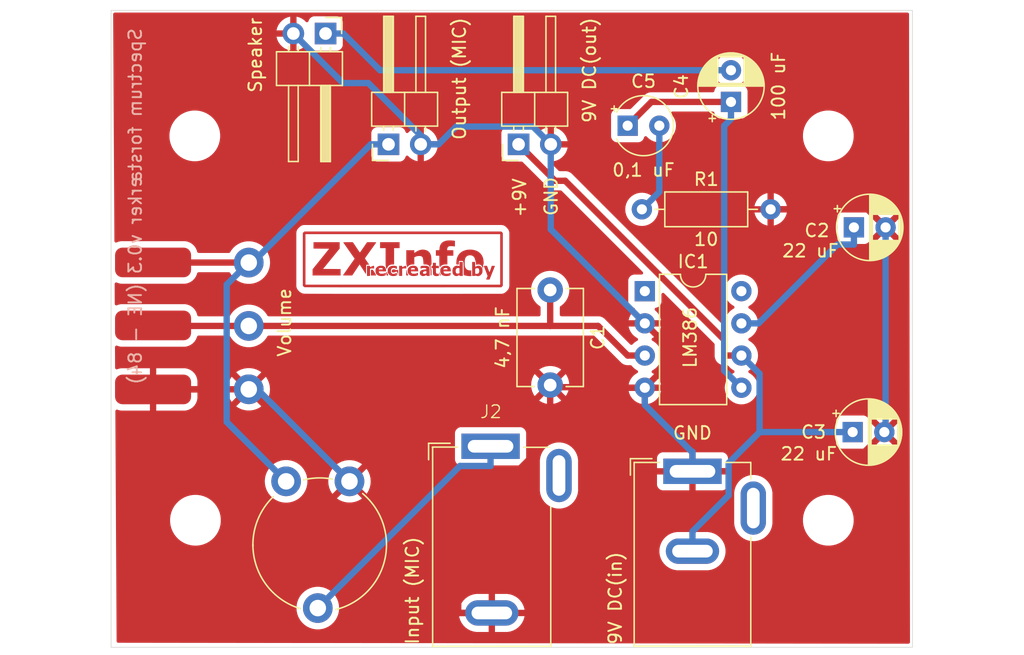
<source format=kicad_pcb>
(kicad_pcb (version 20240108) (generator "pcbnew") (generator_version "8.0")
  (layers (0 "F.Cu" signal) (31 "B.Cu" signal) (34 "B.Paste" user) (35 "F.Paste" user) (36 "B.SilkS" user "B.Silkscreen") (37 "F.SilkS" user "F.Silkscreen") (38 "B.Mask" user) (39 "F.Mask" user) (44 "Edge.Cuts" user))
  (net 0 "")
  (net 1 "Net-(IC1-+)")
  (net 2 "GND")
  (net 3 "Net-(IC1-BYPASS)")
  (net 4 "+9V")
  (net 5 "Net-(C4-Pad1)")
  (net 6 "Net-(C4-Pad2)")
  (net 7 "Net-(C5-Pad2)")
  (net 12 "Net-(MIC1-Pin_1)")
  (net 13 "Net-(J2-Pad1)")
  (footprint "Resistor_THT:R_Axial_DIN0207_L6.3mm_D2.5mm_P10.16mm_Horizontal" (layer "F.Cu") (at 69.77 50.55)
    (property "Reference" "R1" (at 5.08 -2.37 0) (layer "F.SilkS"))
    (property "Value" "10" (at 5.08 2.37 0) (layer "F.SilkS"))
    (pad "1" thru_hole circle (at 0 0) (size 1.6 1.6) (drill 0.8) (layers "*.Cu" "*.Mask") (net 7 "Net-(C5-Pad2)"))
    (pad "2" thru_hole oval (at 10.16 0) (size 1.6 1.6) (drill 0.8) (layers "*.Cu" "*.Mask") (net 2 "GND"))
  )
  (footprint "Connector_PinHeader_2.54mm:PinHeader_1x02_P2.54mm_Horizontal" (layer "F.Cu") (at 44.8106 36.6776 -90)
    (property "Reference" "HT1" (hide yes))
    (property "Value" "Speaker" (at 1.705124 5.5422 90) (layer "F.SilkS"))
    (pad "1" thru_hole rect (at 0 0 270) (size 1.7 1.7) (drill 1) (layers "*.Cu" "*.Mask") (net 6 "Net-(C4-Pad2)"))
    (pad "2" thru_hole oval (at 0 2.54 270) (size 1.7 1.7) (drill 1) (layers "*.Cu" "*.Mask") (net 2 "GND"))
  )
  (footprint "Capacitor_THT:CP_Radial_D5.0mm_P2.50mm" (layer "F.Cu") (at 86.5 51.975)
    (property "Reference" "C2" (at -2.92 0.25 0) (layer "F.SilkS"))
    (property "Value" "22 uF" (at -3.43 1.85 0) (layer "F.SilkS"))
    (pad "1" thru_hole rect (at 0 0) (size 1.6 1.6) (drill 0.8) (layers "*.Cu" "*.Mask") (net 3 "Net-(IC1-BYPASS)"))
    (pad "2" thru_hole circle (at 2.5 0) (size 1.6 1.6) (drill 0.8) (layers "*.Cu" "*.Mask") (net 2 "GND"))
  )
  (footprint "Capacitor_THT:CP_Radial_D5.0mm_P2.50mm" (layer "F.Cu") (at 86.4 68.125)
    (property "Reference" "C3" (at -3.08 0 0) (layer "F.SilkS"))
    (property "Value" "22 uF" (at -3.46 1.72 0) (layer "F.SilkS"))
    (pad "1" thru_hole rect (at 0 0) (size 1.6 1.6) (drill 0.8) (layers "*.Cu" "*.Mask") (net 4 "+9V"))
    (pad "2" thru_hole circle (at 2.5 0) (size 1.6 1.6) (drill 0.8) (layers "*.Cu" "*.Mask") (net 2 "GND"))
  )
  (footprint "Capacitor_THT:CP_Radial_D5.0mm_P2.50mm" (layer "F.Cu") (at 76.8 42.075 90)
    (property "Reference" "C4" (at 1.205113 -3.91 90) (layer "F.SilkS"))
    (property "Value" "100 uF" (at 1.25 3.75 90) (layer "F.SilkS"))
    (pad "1" thru_hole rect (at 0 0 90) (size 1.6 1.6) (drill 0.8) (layers "*.Cu" "*.Mask") (net 5 "Net-(C4-Pad1)"))
    (pad "2" thru_hole circle (at 2.5 0 90) (size 1.6 1.6) (drill 0.8) (layers "*.Cu" "*.Mask") (net 6 "Net-(C4-Pad2)"))
  )
  (footprint "Capacitor_THT:CP_Radial_Tantal_D4.5mm_P2.50mm" (layer "F.Cu") (at 68.6461 43.95)
    (property "Reference" "C5" (at 1.25 -3.5 0) (layer "F.SilkS"))
    (property "Value" "0,1 uF" (at 1.25 3.5 0) (layer "F.SilkS"))
    (pad "1" thru_hole rect (at 0 0) (size 1.6 1.6) (drill 0.8) (layers "*.Cu" "*.Mask") (net 5 "Net-(C4-Pad1)"))
    (pad "2" thru_hole circle (at 2.5 0) (size 1.6 1.6) (drill 0.8) (layers "*.Cu" "*.Mask") (net 7 "Net-(C5-Pad2)"))
  )
  (footprint "Package_DIP:DIP-8_W7.62mm" (layer "F.Cu") (at 70.0024 57.0068)
    (property "Reference" "IC1" (at 3.81 -2.33 0) (layer "F.SilkS"))
    (property "Value" "LM386" (at 3.571 3.656 90) (layer "F.SilkS"))
    (pad "1" thru_hole rect (at 0 0) (size 1.6 1.6) (drill 0.8) (layers "*.Cu" "*.Mask"))
    (pad "2" thru_hole oval (at 0 2.54) (size 1.6 1.6) (drill 0.8) (layers "*.Cu" "*.Mask") (net 2 "GND"))
    (pad "3" thru_hole oval (at 0 5.08) (size 1.6 1.6) (drill 0.8) (layers "*.Cu" "*.Mask") (net 1 "Net-(IC1-+)"))
    (pad "4" thru_hole oval (at 0 7.62) (size 1.6 1.6) (drill 0.8) (layers "*.Cu" "*.Mask") (net 2 "GND"))
    (pad "5" thru_hole oval (at 7.62 7.62) (size 1.6 1.6) (drill 0.8) (layers "*.Cu" "*.Mask") (net 5 "Net-(C4-Pad1)"))
    (pad "6" thru_hole oval (at 7.62 5.08) (size 1.6 1.6) (drill 0.8) (layers "*.Cu" "*.Mask") (net 4 "+9V"))
    (pad "7" thru_hole oval (at 7.62 2.54) (size 1.6 1.6) (drill 0.8) (layers "*.Cu" "*.Mask") (net 3 "Net-(IC1-BYPASS)"))
    (pad "8" thru_hole oval (at 7.62 0) (size 1.6 1.6) (drill 0.8) (layers "*.Cu" "*.Mask"))
  )
  (footprint "Capacitor_THT:C_Disc_D7.5mm_W5.0mm_P7.50mm" (layer "F.Cu") (at 62.5348 56.9144 -90)
    (property "Reference" "C1" (at 3.75 -3.75 90) (layer "F.SilkS"))
    (property "Value" "4,7 nF" (at 3.75 3.75 90) (layer "F.SilkS"))
    (pad "1" thru_hole circle (at 0 0 270) (size 2 2) (drill 1) (layers "*.Cu" "*.Mask") (net 1 "Net-(IC1-+)"))
    (pad "2" thru_hole circle (at 7.5 0 270) (size 2 2) (drill 1) (layers "*.Cu" "*.Mask") (net 2 "GND"))
  )
  (footprint "MountingHole:MountingHole_3.5mm" (layer "F.Cu") (at 34.544 75.0824)
    (property "Reference" "H3" (hide yes))
    (property "Value" "MountingHole" (hide yes))
    (pad "" np_thru_hole circle (at 0 0) (size 3.5 3.5) (drill 3.5) (layers "*.Cu" "*.Mask"))
  )
  (footprint "MountingHole:MountingHole_3.5mm" (layer "F.Cu") (at 84.4804 44.7548)
    (property "Reference" "H2" (hide yes))
    (property "Value" "MountingHole" (hide yes))
    (pad "" np_thru_hole circle (at 0 0) (size 3.5 3.5) (drill 3.5) (layers "*.Cu" "*.Mask"))
  )
  (footprint "Connector_PinHeader_2.54mm:PinHeader_1x02_P2.54mm_Horizontal" (layer "F.Cu") (at 60.0406 45.4214 90)
    (property "Reference" "J3" (hide yes))
    (property "Value" "9V DC(out)" (at 5.8482 5.593 90) (layer "F.SilkS"))
    (pad "1" thru_hole rect (at 0 0 90) (size 1.7 1.7) (drill 1) (layers "*.Cu" "*.Mask") (net 4 "+9V"))
    (pad "2" thru_hole oval (at 0 2.54 90) (size 1.7 1.7) (drill 1) (layers "*.Cu" "*.Mask") (net 2 "GND"))
  )
  (footprint "Connector_PinHeader_2.54mm:PinHeader_1x02_P2.54mm_Horizontal" (layer "F.Cu") (at 49.779 45.4214 90)
    (property "Reference" "MIC1" (hide yes))
    (property "Value" "Output (MIC)" (at 5.181533 5.593 90) (layer "F.SilkS"))
    (pad "1" thru_hole rect (at 0 0 90) (size 1.7 1.7) (drill 1) (layers "*.Cu" "*.Mask") (net 12 "Net-(MIC1-Pin_1)"))
    (pad "2" thru_hole oval (at 0 2.54 90) (size 1.7 1.7) (drill 1) (layers "*.Cu" "*.Mask") (net 2 "GND"))
  )
  (footprint "MountingHole:MountingHole_3.5mm" (layer "F.Cu") (at 84.4804 75.0824)
    (property "Reference" "H4" (hide yes))
    (property "Value" "MountingHole" (hide yes))
    (pad "" np_thru_hole circle (at 0 0) (size 3.5 3.5) (drill 3.5) (layers "*.Cu" "*.Mask"))
  )
  (footprint "ZXAmp:Potentionmeter" (layer "F.Cu") (at 38.7808 54.7308)
    (property "Reference" "P1" (hide yes))
    (property "Value" "4.7K" (hide yes))
    (pad "1" connect roundrect (at -7.58 0.01 180) (size 6 2.34) (layers "F.Cu" "F.Mask") (net 12 "Net-(MIC1-Pin_1)"))
    (pad "1" thru_hole circle (at -0.03 0.02 180) (size 2.34 2.34) (drill 1.3) (layers "*.Cu" "*.Mask") (net 12 "Net-(MIC1-Pin_1)"))
    (pad "2" connect roundrect (at -7.58 4.98 180) (size 6 2.34) (layers "F.Cu" "F.Mask") (net 1 "Net-(IC1-+)"))
    (pad "2" thru_hole circle (at -0.03 5.02 180) (size 2.34 2.34) (drill 1.3) (layers "*.Cu" "*.Mask") (net 1 "Net-(IC1-+)"))
    (pad "3" connect roundrect (at -7.58 10.03 180) (size 6 2.34) (layers "F.Cu" "F.Mask") (net 2 "GND"))
    (pad "3" thru_hole circle (at -0.03 10.02 180) (size 2.34 2.34) (drill 1.3) (layers "*.Cu" "*.Mask") (net 2 "GND"))
  )
  (footprint "Connector_BarrelJack:BarrelJack_GCT_DCJ200-10-A_Horizontal" (layer "F.Cu") (at 73.7616 71.2216)
    (property "Reference" "J1" (hide yes))
    (property "Value" "9V DC(in)" (at -6.096 10.0076 90) (layer "F.SilkS"))
    (pad "1" thru_hole rect (at 0 0) (size 4.6 2) (drill oval 3.6 1) (layers "*.Cu" "*.Mask") (net 2 "GND"))
    (pad "2" thru_hole oval (at 0 6.3) (size 4.2 2) (drill oval 3.2 1) (layers "*.Cu" "*.Mask") (net 4 "+9V"))
    (pad "3" thru_hole oval (at 4.8 2.9) (size 2 4.2) (drill oval 1 3.2) (layers "*.Cu" "*.Mask"))
  )
  (footprint "LOGO" (layer "F.Cu") (at 59.5376 59.8932)
    (property "Reference" "G***" (hide yes))
    (property "Value" "LOGO" (hide yes))
  )
  (footprint "Potentiometer_THT:Potentiometer_Piher_PT-10-V10_Vertical" (layer "F.Cu") (at 41.6984 72.0128 -90)
    (property "Reference" "P2" (hide yes))
    (property "Value" "50K")
    (pad "1" thru_hole circle (at 0 0 270) (size 2.34 2.34) (drill 1.3) (layers "*.Cu" "*.Mask") (net 12 "Net-(MIC1-Pin_1)"))
    (pad "2" thru_hole circle (at 10 -2.5 270) (size 2.34 2.34) (drill 1.3) (layers "*.Cu" "*.Mask") (net 13 "Net-(J2-Pad1)"))
    (pad "3" thru_hole circle (at 0 -5 270) (size 2.34 2.34) (drill 1.3) (layers "*.Cu" "*.Mask") (net 2 "GND"))
  )
  (footprint "ZXAmp:3.5mm mono jack chassis with switch" (layer "F.Cu") (at 57.8691 69.2126)
    (property "Reference" "J2" (at -0.01 -2.69 0) (layer "F.SilkS") (effects (font (thickness 0.1))))
    (property "Value" "Input (MIC)" (at -6.2055 11.421362 90) (layer "F.SilkS"))
    (pad "1" thru_hole rect (at -0.04 0.035) (size 4.6 2) (drill oval 3.6 1) (layers "*.Cu" "*.Mask") (net 13 "Net-(J2-Pad1)"))
    (pad "2" thru_hole oval (at 0.06 13.185) (size 4.2 2) (drill oval 3.2 1) (layers "*.Cu" "*.Mask") (net 2 "GND"))
    (pad "3" thru_hole oval (at 5.36 2.34) (size 2 4.2) (drill oval 1 3.2) (layers "*.Cu" "*.Mask"))
  )
  (footprint "MountingHole:MountingHole_3.5mm" (layer "F.Cu") (at 34.4932 44.7548)
    (property "Reference" "H1" (hide yes))
    (property "Value" "MountingHole" (hide yes))
    (pad "" np_thru_hole circle (at 0 0) (size 3.5 3.5) (drill 3.5) (layers "*.Cu" "*.Mask"))
  )
  (footprint "ZXAmp:ZXInfo_kicad_logo_copper_16.5x5" (layer "F.Cu") (at 50.925 54.5)
    (property "Reference" "G200" (hide yes))
    (property "Value" "LOGO" (hide yes))
    (fp_poly (pts (xy -1.666761 1.041726) (xy -1.67582 1.050785) (xy -1.684878 1.041726) (xy -1.67582 1.032668)) (fill solid) (layer "F.Cu"))
    (fp_poly (pts (xy 0.869615 1.041726) (xy 0.860557 1.050785) (xy 0.851498 1.041726) (xy 0.860557 1.032668)) (fill solid) (layer "F.Cu"))
    (fp_poly (pts (xy 3.442226 1.041726) (xy 3.433167 1.050785) (xy 3.424109 1.041726) (xy 3.433167 1.032668)) (fill solid) (layer "F.Cu"))
    (fp_poly (pts (xy 2.899722 1.068902) (xy 2.924255 1.133892) (xy 2.949639 1.192455) (xy 2.962832 1.218367) (xy 2.980634 1.252735) (xy 2.976375 1.265988) (xy 2.946461 1.268188) (xy 2.945033 1.268188) (xy 2.911749 1.262378) (xy 2.899748 1.237553) (xy 2.898717 1.214907) (xy 2.893132 1.173068) (xy 2.8806 1.150428) (xy 2.870112 1.127107) (xy 2.864277 1.080839) (xy 2.863806 1.054245) (xy 2.86513 0.969258)) (fill solid) (layer "F.Cu"))
    (fp_poly (pts (xy 0.283333 0.831283) (xy 0.28954 0.871074) (xy 0.289872 0.884214) (xy 0.297028 0.94415) (xy 0.315677 1.022864) (xy 0.341593 1.10649) (xy 0.370546 1.181161) (xy 0.39451 1.227425) (xy 0.40866 1.252212) (xy 0.4043 1.264128) (xy 0.374809 1.267887) (xy 0.337248 1.268188) (xy 0.253638 1.268188) (xy 0.253638 1.041726) (xy 0.255033 0.943622) (xy 0.25901 0.870666) (xy 0.265253 0.826789) (xy 0.271755 0.815264)) (fill solid) (layer "F.Cu"))
    (fp_poly (pts (xy -2.410635 0.817249) (xy -2.386968 0.834843) (xy -2.357145 0.870316) (xy -2.315067 0.928776) (xy -2.296326 0.955598) (xy -2.252422 1.01987) (xy -2.217655 1.073248) (xy -2.196495 1.108727) (xy -2.192154 1.118924) (xy -2.184261 1.142297) (xy -2.164499 1.184046) (xy -2.155884 1.200518) (xy -2.119615 1.268188) (xy -2.328553 1.268188) (xy -2.537491 1.268188) (xy -2.532405 1.046256) (xy -2.527318 0.824323) (xy -2.463908 0.815259) (xy -2.434249 0.812424)) (fill solid) (layer "F.Cu"))
    (fp_poly (pts (xy -1.262033 1.022241) (xy -1.244966 1.072991) (xy -1.241357 1.084427) (xy -1.218935 1.147917) (xy -1.195444 1.202807) (xy -1.182407 1.226847) (xy -1.167243 1.253006) (xy -1.172226 1.264853) (xy -1.203866 1.268056) (xy -1.22987 1.268188) (xy -1.304422 1.268188) (xy -1.304422 1.181227) (xy -1.308334 1.125725) (xy -1.318244 1.084644) (xy -1.32435 1.074337) (xy -1.331666 1.050831) (xy -1.308749 1.018878) (xy -1.288437 1.000522) (xy -1.274694 0.999864)) (fill solid) (layer "F.Cu"))
    (fp_poly (pts (xy -5.000285 -1.106895) (xy -5.000285 -0.855016) (xy -5.65394 -0.051581) (xy -6.307594 0.751855) (xy -5.617706 0.756599) (xy -4.927817 0.761344) (xy -4.927817 1.014766) (xy -4.927817 1.268188) (xy -6.032952 1.268188) (xy -7.138088 1.268188) (xy -7.138088 1.02381) (xy -7.138088 0.779432) (xy -6.485211 -0.031504) (xy -5.832333 -0.842439) (xy -6.448977 -0.847206) (xy -7.06562 -0.851973) (xy -7.06562 -1.105373) (xy -7.06562 -1.358773) (xy -6.032952 -1.358773) (xy -5.000285 -1.358773)) (fill solid) (layer "F.Cu"))
    (fp_poly (pts (xy -2.608844 0.561626) (xy -2.60753 0.599745) (xy -2.604365 0.615747) (xy -2.604315 0.615748) (xy -2.587152 0.608094) (xy -2.546607 0.588277) (xy -2.49306 0.561397) (xy -2.429152 0.53294) (xy -2.370233 0.513336) (xy -2.334536 0.507275) (xy -2.305492 0.509) (xy -2.290034 0.519963) (xy -2.283878 0.548851) (xy -2.282741 0.604347) (xy -2.282738 0.612307) (xy -2.282738 0.717338) (xy -2.39597 0.710384) (xy -2.465136 0.709698) (xy -2.52684 0.715122) (xy -2.559022 0.722665) (xy -2.608844 0.741899) (xy -2.608844 1.023161) (xy -2.608844 1.304422) (xy -2.726604 1.304422) (xy -2.844365 1.304422) (xy -2.844365 0.905849) (xy -2.844365 0.507275) (xy -2.726604 0.507275) (xy -2.608844 0.507275)) (fill solid) (layer "F.Cu"))
    (fp_poly (pts (xy -0.072467 0.561626) (xy -0.071154 0.599745) (xy -0.067989 0.615747) (xy -0.067938 0.615748) (xy -0.050776 0.608094) (xy -0.01023 0.588277) (xy 0.043317 0.561397) (xy 0.107224 0.53294) (xy 0.166143 0.513336) (xy 0.20184 0.507275) (xy 0.230885 0.509) (xy 0.246343 0.519963) (xy 0.252499 0.548851) (xy 0.253636 0.604347) (xy 0.253638 0.612307) (xy 0.253638 0.717338) (xy 0.140407 0.710384) (xy 0.071241 0.709698) (xy 0.009537 0.715122) (xy -0.022646 0.722665) (xy -0.072467 0.741899) (xy -0.072467 1.023161) (xy -0.072467 1.304422) (xy -0.190228 1.304422) (xy -0.307988 1.304422) (xy -0.307988 0.905849) (xy -0.307988 0.507275) (xy -0.190228 0.507275) (xy -0.072467 0.507275)) (fill solid) (layer "F.Cu"))
    (fp_poly (pts (xy -0.271754 -1.123252) (xy -0.271754 -0.887732) (xy -0.489158 -0.887732) (xy -0.706562 -0.887732) (xy -0.706562 -0.244579) (xy -0.706562 0.398574) (xy -0.819793 0.399369) (xy -0.949182 0.410728) (xy -1.054789 0.444868) (xy -1.140826 0.50489) (xy -1.211503 0.593894) (xy -1.271034 0.71498) (xy -1.280039 0.738155) (xy -1.289198 0.754162) (xy -1.299422 0.748716) (xy -1.313429 0.717468) (xy -1.333934 0.656067) (xy -1.336614 0.64757) (xy -1.347093 0.613073) (xy -1.355627 0.580192) (xy -1.36241 0.544908) (xy -1.367641 0.503201) (xy -1.371515 0.451053) (xy -1.37423 0.384444) (xy -1.375982 0.299356) (xy -1.376966 0.191768) (xy -1.377381 0.057663) (xy -1.377423 -0.106979) (xy -1.377377 -0.185699) (xy -1.37689 -0.887732) (xy -1.594293 -0.887732) (xy -1.811697 -0.887732) (xy -1.811697 -1.123252) (xy -1.811697 -1.358773) (xy -1.041726 -1.358773) (xy -0.271754 -1.358773)) (fill solid) (layer "F.Cu"))
    (fp_poly (pts (xy -0.734216 0.784943) (xy -0.706871 0.787989) (xy -0.642835 0.799458) (xy -0.588276 0.815595) (xy -0.566792 0.825783) (xy -0.517265 0.846318) (xy -0.468038 0.849842) (xy -0.431997 0.836484) (xy -0.423242 0.824323) (xy -0.407537 0.796749) (xy -0.39541 0.805206) (xy -0.386859 0.849699) (xy -0.381881 0.930237) (xy -0.380456 1.032668) (xy -0.3818 1.133394) (xy -0.385641 1.208666) (xy -0.391692 1.254748) (xy -0.398573 1.268188) (xy -0.409088 1.251933) (xy -0.415625 1.210536) (xy -0.41669 1.181227) (xy -0.419924 1.126428) (xy -0.428124 1.086716) (xy -0.433273 1.077054) (xy -0.448407 1.046843) (xy -0.455919 1.014551) (xy -0.475518 0.977193) (xy -0.516825 0.963175) (xy -0.573188 0.973282) (xy -0.61842 0.995364) (xy -0.681517 1.02119) (xy -0.75308 1.031972) (xy -0.81982 1.027224) (xy -0.868447 1.006458) (xy -0.870607 1.004594) (xy -0.889485 0.965469) (xy -0.887621 0.910448) (xy -0.86699 0.851861) (xy -0.839828 0.812379) (xy -0.815314 0.791506) (xy -0.784128 0.783098)) (fill solid) (layer "F.Cu"))
    (fp_poly (pts (xy 2.590728 0.389515) (xy 2.590728 0.507275) (xy 2.708488 0.507275) (xy 2.826249 0.507275) (xy 2.826249 0.59786) (xy 2.826249 0.688445) (xy 2.708488 0.688445) (xy 2.590728 0.688445) (xy 2.590995 0.865086) (xy 2.593035 0.96927) (xy 2.600636 1.042583) (xy 2.616568 1.090282) (xy 2.6436 1.117622) (xy 2.684502 1.129859) (xy 2.731837 1.132311) (xy 2.826313 1.132311) (xy 2.826281 1.215996) (xy 2.824749 1.267229) (xy 2.814923 1.293295) (xy 2.788878 1.305259) (xy 2.75831 1.310911) (xy 2.632964 1.320216) (xy 2.520233 1.306427) (xy 2.506175 1.30266) (xy 2.455889 1.277306) (xy 2.407719 1.236893) (xy 2.402002 1.230436) (xy 2.383105 1.206362) (xy 2.370128 1.182243) (xy 2.36196 1.150989) (xy 2.357491 1.105513) (xy 2.355611 1.038724) (xy 2.355209 0.943533) (xy 2.355207 0.931634) (xy 2.355207 0.688445) (xy 2.300856 0.688445) (xy 2.268682 0.686466) (xy 2.252638 0.674298) (xy 2.247116 0.642593) (xy 2.246505 0.59786) (xy 2.247693 0.544236) (xy 2.254994 0.517496) (xy 2.274017 0.508293) (xy 2.300856 0.507275) (xy 2.355207 0.507275) (xy 2.355207 0.389515) (xy 2.355207 0.271755) (xy 2.472968 0.271755) (xy 2.590728 0.271755)) (fill solid) (layer "F.Cu"))
    (fp_poly (pts (xy 7.812598 -2.141984) (xy 7.871826 -2.082755) (xy 7.871826 0) (xy 7.871826 2.082756) (xy 7.812598 2.141984) (xy 7.75337 2.201213) (xy 0.004182 2.204627) (xy -0.524047 2.204825) (xy -1.043204 2.204951) (xy -1.55211 2.205006) (xy -2.049585 2.204993) (xy -2.534449 2.204913) (xy -3.005522 2.204768) (xy -3.461623 2.20456) (xy -3.901573 2.20429) (xy -4.324191 2.20396) (xy -4.728297 2.203573) (xy -5.112711 2.203129) (xy -5.476254 2.20263) (xy -5.817744 2.202079) (xy -6.136003 2.201477) (xy -6.429849 2.200826) (xy -6.698102 2.200127) (xy -6.939583 2.199382) (xy -7.153112 2.198594) (xy -7.337508 2.197763) (xy -7.49159 2.196892) (xy -7.61418 2.195982) (xy -7.704097 2.195035) (xy -7.760161 2.194054) (xy -7.781192 2.193038) (xy -7.781241 2.19302) (xy -7.818196 2.169603) (xy -7.859425 2.132801) (xy -7.862767 2.129266) (xy -7.908059 2.080533) (xy -7.908059 -0.001111) (xy -7.908059 -1.992867) (xy -7.699714 -1.992867) (xy -7.699714 0) (xy -7.699714 1.992867) (xy -0.018117 1.992867) (xy 7.663481 1.992867) (xy 7.663481 0) (xy 7.663481 -1.992867) (xy -0.018117 -1.992867) (xy -7.699714 -1.992867) (xy -7.908059 -1.992867) (xy -7.908059 -2.082755) (xy -7.848831 -2.141984) (xy -7.789602 -2.201212) (xy -0.018117 -2.201212) (xy 7.753369 -2.201212)) (fill solid) (layer "F.Cu"))
    (fp_poly (pts (xy 4.710414 0.751855) (xy 4.710414 1.304422) (xy 4.583595 1.304422) (xy 4.516866 1.303407) (xy 4.478632 1.298926) (xy 4.46118 1.288825) (xy 4.456794 1.270952) (xy 4.456777 1.269022) (xy 4.454775 1.250124) (xy 4.443578 1.244758) (xy 4.415401 1.253653) (xy 4.362455 1.277534) (xy 4.361662 1.277903) (xy 4.27208 1.311498) (xy 4.195027 1.319435) (xy 4.117915 1.302171) (xy 4.083586 1.288019) (xy 4.000494 1.23225) (xy 3.941726 1.151038) (xy 3.906879 1.043562) (xy 3.895967 0.914016) (xy 4.148788 0.914016) (xy 4.156576 0.986621) (xy 4.177104 1.051369) (xy 4.206114 1.09731) (xy 4.225404 1.111127) (xy 4.276851 1.120658) (xy 4.34274 1.11943) (xy 4.403115 1.108064) (xy 4.4109 1.105358) (xy 4.457967 1.087463) (xy 4.452843 0.883425) (xy 4.447718 0.679387) (xy 4.377449 0.673625) (xy 4.287643 0.680198) (xy 4.219277 0.715631) (xy 4.173372 0.778846) (xy 4.150954 0.868769) (xy 4.148788 0.914016) (xy 3.895967 0.914016) (xy 3.895545 0.909003) (xy 3.895548 0.907675) (xy 3.91017 0.778175) (xy 3.952034 0.670315) (xy 4.01953 0.586101) (xy 4.111046 0.527538) (xy 4.224973 0.496635) (xy 4.225473 0.496569) (xy 4.319517 0.498868) (xy 4.379779 0.514186) (xy 4.456777 0.541902) (xy 4.456777 0.370595) (xy 4.456777 0.199287) (xy 4.583595 0.199287) (xy 4.710414 0.199287)) (fill solid) (layer "F.Cu"))
    (fp_poly (pts (xy 6.712804 0.747325) (xy 6.745121 0.834995) (xy 6.773912 0.910523) (xy 6.796584 0.967298) (xy 6.810546 0.99871) (xy 6.812785 1.002366) (xy 6.824047 0.993177) (xy 6.843953 0.954136) (xy 6.870604 0.890055) (xy 6.9021 0.805748) (xy 6.936541 0.706026) (xy 6.967116 0.611448) (xy 6.99977 0.507275) (xy 7.12328 0.507275) (xy 7.184904 0.509098) (xy 7.229222 0.513885) (xy 7.246933 0.520615) (xy 7.246956 0.520863) (xy 7.240473 0.540413) (xy 7.22202 0.589409) (xy 7.193223 0.663708) (xy 7.155703 0.759169) (xy 7.111085 0.87165) (xy 7.060992 0.997008) (xy 7.034082 1.064011) (xy 6.821042 1.59357) (xy 6.689694 1.593932) (xy 6.625953 1.592773) (xy 6.579268 1.589381) (xy 6.558643 1.584453) (xy 6.558346 1.583743) (xy 6.565135 1.563183) (xy 6.583067 1.518584) (xy 6.608486 1.458982) (xy 6.612697 1.449358) (xy 6.6391 1.386591) (xy 6.658425 1.335679) (xy 6.666931 1.306558) (xy 6.667048 1.304944) (xy 6.660751 1.282567) (xy 6.643153 1.231755) (xy 6.616193 1.1578) (xy 6.581811 1.065995) (xy 6.541946 0.961633) (xy 6.528764 0.927524) (xy 6.487033 0.81942) (xy 6.449509 0.721424) (xy 6.418279 0.639051) (xy 6.395429 0.577814) (xy 6.383048 0.543229) (xy 6.381716 0.53898) (xy 6.38109 0.5223) (xy 6.395426 0.512718) (xy 6.431742 0.50834) (xy 6.497056 0.507276) (xy 6.499323 0.507275) (xy 6.625697 0.507275)) (fill solid) (layer "F.Cu"))
    (fp_poly (pts (xy -0.700169 0.502509) (xy -0.623145 0.510281) (xy -0.566155 0.521669) (xy -0.489158 0.544906) (xy -0.489158 0.65291) (xy -0.490257 0.710042) (xy -0.493111 0.749192) (xy -0.496367 0.760913) (xy -0.514872 0.752699) (xy -0.554168 0.731726) (xy -0.582423 0.715839) (xy -0.677322 0.677245) (xy -0.768357 0.669885) (xy -0.849729 0.693637) (xy -0.890964 0.72229) (xy -0.923183 0.754794) (xy -0.941846 0.788067) (xy -0.951708 0.834529) (xy -0.956752 0.89412) (xy -0.959901 0.959199) (xy -0.956369 1.000877) (xy -0.942166 1.031886) (xy -0.913299 1.06496) (xy -0.898541 1.079832) (xy -0.859684 1.116423) (xy -0.827827 1.135216) (xy -0.788892 1.140899) (xy -0.7288 1.138158) (xy -0.724287 1.137833) (xy -0.629166 1.122173) (xy -0.562309 1.090388) (xy -0.524787 1.06443) (xy -0.500961 1.051211) (xy -0.49895 1.050785) (xy -0.493748 1.067235) (xy -0.490197 1.10993) (xy -0.489158 1.157714) (xy -0.490213 1.217771) (xy -0.496558 1.251948) (xy -0.512966 1.270595) (xy -0.544209 1.28406) (xy -0.548038 1.285416) (xy -0.624979 1.303392) (xy -0.720959 1.313049) (xy -0.819563 1.313547) (xy -0.904378 1.304045) (xy -0.905848 1.303741) (xy -1.010058 1.265539) (xy -1.100616 1.20079) (xy -1.167735 1.116751) (xy -1.174174 1.104893) (xy -1.196668 1.054381) (xy -1.208459 1.004765) (xy -1.211794 0.942353) (xy -1.21034 0.884667) (xy -1.20527 0.807638) (xy -1.195242 0.753631) (xy -1.176596 0.709458) (xy -1.15036 0.668543) (xy -1.073517 0.587049) (xy -0.975771 0.532792) (xy -0.854904 0.504765) (xy -0.779921 0.50019)) (fill solid) (layer "F.Cu"))
    (fp_poly (pts (xy 5.688731 0.389515) (xy 5.690253 0.469679) (xy 5.694403 0.532488) (xy 5.700556 0.570985) (xy 5.705812 0.579743) (xy 5.731431 0.571293) (xy 5.773022 0.550412) (xy 5.782809 0.544838) (xy 5.882577 0.504565) (xy 5.981867 0.496445) (xy 6.074686 0.518234) (xy 6.155042 0.567684) (xy 6.216944 0.64255) (xy 6.249268 0.719655) (xy 6.264093 0.808095) (xy 6.267208 0.911619) (xy 6.258632 1.011027) (xy 6.248881 1.057211) (xy 6.215191 1.129738) (xy 6.159489 1.201641) (xy 6.092216 1.26189) (xy 6.023811 1.299456) (xy 6.017728 1.301416) (xy 5.944451 1.31798) (xy 5.877789 1.318034) (xy 5.800589 1.301091) (xy 5.779316 1.29467) (xy 5.725682 1.281785) (xy 5.695508 1.282888) (xy 5.69175 1.286823) (xy 5.671946 1.295882) (xy 5.62617 1.302235) (xy 5.569461 1.304422) (xy 5.45321 1.304422) (xy 5.45321 0.931032) (xy 5.688731 0.931032) (xy 5.68984 1.009841) (xy 5.692831 1.074632) (xy 5.697205 1.117172) (xy 5.700809 1.129292) (xy 5.730279 1.139219) (xy 5.781517 1.141328) (xy 5.841105 1.136454) (xy 5.895622 1.125431) (xy 5.921624 1.115553) (xy 5.973929 1.071711) (xy 6.004494 1.003769) (xy 6.014823 0.908316) (xy 6.014836 0.904097) (xy 6.006394 0.822398) (xy 5.983474 0.75464) (xy 5.949691 0.709793) (xy 5.932498 0.699699) (xy 5.874363 0.688956) (xy 5.806456 0.691869) (xy 5.747161 0.706909) (xy 5.728996 0.716648) (xy 5.71075 0.732195) (xy 5.699024 0.753099) (xy 5.692395 0.786938) (xy 5.689439 0.841293) (xy 5.688733 0.923744) (xy 5.688731 0.931032) (xy 5.45321 0.931032) (xy 5.45321 0.751855) (xy 5.45321 0.199287) (xy 5.570971 0.199287) (xy 5.688731 0.199287)) (fill solid) (layer "F.Cu"))
    (fp_poly (pts (xy 3.800914 -1.49601) (xy 3.885638 -1.490002) (xy 3.962139 -1.483314) (xy 4.019708 -1.476945) (xy 4.040964 -1.47364) (xy 4.094437 -1.462946) (xy 4.094437 -1.236635) (xy 4.094259 -1.142914) (xy 4.093013 -1.07983) (xy 4.089635 -1.041789) (xy 4.083056 -1.023194) (xy 4.072213 -1.018449) (xy 4.056038 -1.021958) (xy 4.053674 -1.022673) (xy 4.017565 -1.029343) (xy 3.956256 -1.036526) (xy 3.880739 -1.043013) (xy 3.849858 -1.04509) (xy 3.726502 -1.046455) (xy 3.632888 -1.031746) (xy 3.565221 -0.998599) (xy 3.519704 -0.944649) (xy 3.492539 -0.867533) (xy 3.484413 -0.817555) (xy 3.473413 -0.724679) (xy 3.720515 -0.724679) (xy 3.967618 -0.724679) (xy 3.967618 -0.507275) (xy 3.967618 -0.289871) (xy 3.732097 -0.289871) (xy 3.496577 -0.289871) (xy 3.496577 0.054351) (xy 3.496577 0.398574) (xy 3.34614 0.398574) (xy 3.205994 0.411036) (xy 3.090635 0.448918) (xy 2.998315 0.512966) (xy 2.951408 0.566792) (xy 2.920339 0.608382) (xy 2.904738 0.622872) (xy 2.899306 0.612858) (xy 2.898717 0.592589) (xy 2.892408 0.553164) (xy 2.8806 0.534451) (xy 2.87444 0.512681) (xy 2.869424 0.45754) (xy 2.865677 0.371878) (xy 2.863323 0.258545) (xy 2.862483 0.120389) (xy 2.862483 0.116691) (xy 2.862483 -0.289871) (xy 2.726605 -0.289871) (xy 2.590728 -0.289871) (xy 2.590728 -0.507275) (xy 2.590728 -0.724679) (xy 2.724341 -0.724679) (xy 2.857953 -0.724679) (xy 2.869277 -0.781294) (xy 2.877704 -0.843208) (xy 2.8806 -0.897146) (xy 2.886013 -0.945648) (xy 2.900105 -1.012715) (xy 2.917021 -1.0743) (xy 2.974431 -1.203439) (xy 3.059591 -1.309493) (xy 3.172208 -1.392322) (xy 3.311988 -1.451786) (xy 3.478637 -1.487745) (xy 3.671862 -1.500059)) (fill solid) (layer "F.Cu"))
    (fp_poly (pts (xy -1.626467 0.504681) (xy -1.548011 0.522705) (xy -1.48594 0.556297) (xy -1.438034 0.600668) (xy -1.398082 0.651388) (xy -1.372542 0.70436) (xy -1.356392 0.772457) (xy -1.348686 0.829739) (xy -1.335976 0.942083) (xy -1.628187 0.942083) (xy -1.737092 0.942297) (xy -1.814955 0.943364) (xy -1.866966 0.945924) (xy -1.898318 0.950615) (xy -1.914201 0.958075) (xy -1.919807 0.968943) (xy -1.920399 0.978031) (xy -1.908824 1.013371) (xy -1.879862 1.058354) (xy -1.867534 1.073145) (xy -1.839059 1.102894) (xy -1.812562 1.120513) (xy -1.777605 1.129173) (xy -1.723747 1.132045) (xy -1.672777 1.132311) (xy -1.587229 1.129568) (xy -1.524301 1.119691) (xy -1.47068 1.100207) (xy -1.453329 1.091548) (xy -1.406249 1.06774) (xy -1.373779 1.053056) (xy -1.366369 1.050785) (xy -1.362153 1.06716) (xy -1.360984 1.109512) (xy -1.362398 1.153214) (xy -1.366607 1.211586) (xy -1.375781 1.244736) (xy -1.396617 1.263633) (xy -1.435812 1.279248) (xy -1.440299 1.280808) (xy -1.534814 1.303117) (xy -1.647462 1.314072) (xy -1.762197 1.313163) (xy -1.862975 1.299883) (xy -1.883146 1.294843) (xy -1.99807 1.248987) (xy -2.083129 1.183568) (xy -2.139373 1.097063) (xy -2.167853 0.987951) (xy -2.171077 0.877518) (xy -2.164815 0.800577) (xy -2.164055 0.797147) (xy -1.937739 0.797147) (xy -1.766016 0.797147) (xy -1.684078 0.796171) (xy -1.632258 0.792602) (xy -1.604477 0.785477) (xy -1.594655 0.773834) (xy -1.594293 0.769972) (xy -1.609639 0.723961) (xy -1.649871 0.691959) (xy -1.706279 0.674399) (xy -1.770154 0.671716) (xy -1.832788 0.684342) (xy -1.88547 0.712712) (xy -1.918013 0.753852) (xy -1.937739 0.797147) (xy -2.164055 0.797147) (xy -2.152657 0.745725) (xy -2.130505 0.698859) (xy -2.110167 0.667931) (xy -2.035279 0.586602) (xy -1.942447 0.532638) (xy -1.827915 0.504366) (xy -1.730654 0.498976)) (fill solid) (layer "F.Cu"))
    (fp_poly (pts (xy 0.90991 0.504681) (xy 0.988365 0.522705) (xy 1.050436 0.556297) (xy 1.098343 0.600668) (xy 1.138294 0.651388) (xy 1.163834 0.70436) (xy 1.179984 0.772457) (xy 1.187691 0.829739) (xy 1.200401 0.942083) (xy 0.908189 0.942083) (xy 0.799285 0.942297) (xy 0.721422 0.943364) (xy 0.66941 0.945924) (xy 0.638058 0.950615) (xy 0.622175 0.958075) (xy 0.616569 0.968943) (xy 0.615978 0.978031) (xy 0.627553 1.013371) (xy 0.656514 1.058354) (xy 0.668842 1.073145) (xy 0.697318 1.102894) (xy 0.723814 1.120513) (xy 0.758772 1.129173) (xy 0.812629 1.132045) (xy 0.8636 1.132311) (xy 0.949148 1.129568) (xy 1.012076 1.119691) (xy 1.065696 1.100207) (xy 1.083048 1.091548) (xy 1.130128 1.06774) (xy 1.162598 1.053056) (xy 1.170007 1.050785) (xy 1.174224 1.06716) (xy 1.175392 1.109512) (xy 1.173979 1.153214) (xy 1.16977 1.211586) (xy 1.160596 1.244736) (xy 1.13976 1.263633) (xy 1.100564 1.279248) (xy 1.096077 1.280808) (xy 1.001562 1.303117) (xy 0.888915 1.314072) (xy 0.77418 1.313163) (xy 0.673402 1.299883) (xy 0.653231 1.294843) (xy 0.538307 1.248987) (xy 0.453248 1.183568) (xy 0.397003 1.097063) (xy 0.368524 0.987951) (xy 0.365299 0.877518) (xy 0.371562 0.800577) (xy 0.372322 0.797147) (xy 0.598637 0.797147) (xy 0.77036 0.797147) (xy 0.852298 0.796171) (xy 0.904118 0.792602) (xy 0.9319 0.785477) (xy 0.941721 0.773834) (xy 0.942083 0.769972) (xy 0.926737 0.723961) (xy 0.886506 0.691959) (xy 0.830098 0.674399) (xy 0.766222 0.671716) (xy 0.703589 0.684342) (xy 0.650907 0.712712) (xy 0.618364 0.753852) (xy 0.598637 0.797147) (xy 0.372322 0.797147) (xy 0.38372 0.745725) (xy 0.405872 0.698859) (xy 0.42621 0.667931) (xy 0.501098 0.586602) (xy 0.59393 0.532638) (xy 0.708462 0.504366) (xy 0.805722 0.498976)) (fill solid) (layer "F.Cu"))
    (fp_poly (pts (xy 3.48252 0.504681) (xy 3.560976 0.522705) (xy 3.623047 0.556297) (xy 3.670953 0.600668) (xy 3.710905 0.651388) (xy 3.736445 0.70436) (xy 3.752595 0.772457) (xy 3.760301 0.829739) (xy 3.773012 0.942083) (xy 3.4808 0.942083) (xy 3.371895 0.942297) (xy 3.294033 0.943364) (xy 3.242021 0.945924) (xy 3.210669 0.950615) (xy 3.194786 0.958075) (xy 3.18918 0.968943) (xy 3.188588 0.978031) (xy 3.200164 1.013371) (xy 3.229125 1.058354) (xy 3.241453 1.073145) (xy 3.269928 1.102894) (xy 3.296425 1.120513) (xy 3.331382 1.129173) (xy 3.38524 1.132045) (xy 3.43621 1.132311) (xy 3.521758 1.129568) (xy 3.584686 1.119691) (xy 3.638307 1.100207) (xy 3.655658 1.091548) (xy 3.702738 1.06774) (xy 3.735208 1.053056) (xy 3.742618 1.050785) (xy 3.746835 1.06716) (xy 3.748003 1.109512) (xy 3.746589 1.153214) (xy 3.74238 1.211586) (xy 3.733206 1.244736) (xy 3.712371 1.263633) (xy 3.673175 1.279248) (xy 3.668688 1.280808) (xy 3.574173 1.303117) (xy 3.461526 1.314072) (xy 3.34679 1.313163) (xy 3.246012 1.299883) (xy 3.225841 1.294843) (xy 3.110918 1.248987) (xy 3.025858 1.183568) (xy 2.969614 1.097063) (xy 2.941134 0.987951) (xy 2.93791 0.877518) (xy 2.944172 0.800577) (xy 2.944932 0.797147) (xy 3.171248 0.797147) (xy 3.342971 0.797147) (xy 3.424909 0.796171) (xy 3.476729 0.792602) (xy 3.50451 0.785477) (xy 3.514332 0.773834) (xy 3.514694 0.769972) (xy 3.499348 0.723961) (xy 3.459116 0.691959) (xy 3.402708 0.674399) (xy 3.338833 0.671716) (xy 3.2762 0.684342) (xy 3.223517 0.712712) (xy 3.190974 0.753852) (xy 3.171248 0.797147) (xy 2.944932 0.797147) (xy 2.95633 0.745725) (xy 2.978482 0.698859) (xy 2.99882 0.667931) (xy 3.073708 0.586602) (xy 3.16654 0.532638) (xy 3.281072 0.504366) (xy 3.378333 0.498976)) (fill solid) (layer "F.Cu"))
    (fp_poly (pts (xy 1.845101 0.504859) (xy 1.896187 0.513838) (xy 1.941359 0.529304) (xy 1.957939 0.536631) (xy 2.005337 0.561563) (xy 2.041097 0.590232) (xy 2.066823 0.627863) (xy 2.084124 0.679678) (xy 2.094604 0.750902) (xy 2.09987 0.846759) (xy 2.101529 0.972471) (xy 2.10157 1.003701) (xy 2.10157 1.304422) (xy 1.974751 1.304422) (xy 1.908104 1.303445) (xy 1.869922 1.299036) (xy 1.852459 1.288984) (xy 1.847967 1.271073) (xy 1.847932 1.268188) (xy 1.846265 1.242233) (xy 1.835958 1.234807) (xy 1.809052 1.245974) (xy 1.769426 1.268807) (xy 1.675013 1.306094) (xy 1.572745 1.315746) (xy 1.475598 1.296954) (xy 1.455089 1.288405) (xy 1.381517 1.236809) (xy 1.337462 1.16443) (xy 1.322544 1.070639) (xy 1.32254 1.068902) (xy 1.326204 1.041414) (xy 1.564301 1.041414) (xy 1.567871 1.069528) (xy 1.58357 1.096077) (xy 1.613984 1.127982) (xy 1.657713 1.140364) (xy 1.684444 1.14137) (xy 1.744253 1.135895) (xy 1.796686 1.122498) (xy 1.801787 1.120345) (xy 1.830171 1.102533) (xy 1.843827 1.075237) (xy 1.847839 1.026485) (xy 1.847932 1.011643) (xy 1.846507 0.959079) (xy 1.838646 0.933279) (xy 1.818971 0.924786) (xy 1.79811 0.924067) (xy 1.717836 0.933372) (xy 1.645738 0.957923) (xy 1.593727 0.993162) (xy 1.582981 1.006391) (xy 1.564301 1.041414) (xy 1.326204 1.041414) (xy 1.333723 0.985003) (xy 1.368986 0.91843) (xy 1.430904 0.867258) (xy 1.522047 0.829561) (xy 1.644989 0.803412) (xy 1.684404 0.798029) (xy 1.754413 0.789432) (xy 1.808957 0.782862) (xy 1.839436 0.779349) (xy 1.842927 0.77903) (xy 1.847427 0.76429) (xy 1.847932 0.752882) (xy 1.831479 0.716726) (xy 1.786635 0.690326) (xy 1.72017 0.67469) (xy 1.638856 0.670829) (xy 1.549462 0.679749) (xy 1.474884 0.697308) (xy 1.423435 0.712655) (xy 1.388716 0.72252) (xy 1.380473 0.724483) (xy 1.37835 0.708298) (xy 1.378802 0.666555) (xy 1.380473 0.630786) (xy 1.38557 0.574814) (xy 1.396384 0.544135) (xy 1.418842 0.527807) (xy 1.4403 0.520369) (xy 1.48126 0.513122) (xy 1.547835 0.506904) (xy 1.629406 0.502552) (xy 1.684879 0.501127) (xy 1.778024 0.501059)) (fill solid) (layer "F.Cu"))
    (fp_poly (pts (xy -2.340213 -1.358329) (xy -2.244156 -1.356841) (xy -2.177069 -1.35408) (xy -2.135323 -1.349815) (xy -2.115293 -1.343813) (xy -2.113172 -1.336127) (xy -2.126435 -1.316964) (xy -2.158615 -1.271629) (xy -2.207415 -1.203324) (xy -2.270538 -1.115253) (xy -2.345687 -1.010619) (xy -2.430565 -0.892623) (xy -2.522876 -0.764469) (xy -2.567165 -0.703042) (xy -2.661569 -0.571877) (xy -2.749039 -0.449829) (xy -2.827365 -0.340019) (xy -2.894337 -0.245571) (xy -2.947744 -0.169607) (xy -2.985377 -0.115249) (xy -3.005024 -0.085621) (xy -3.007418 -0.081103) (xy -2.997562 -0.063054) (xy -2.970356 -0.02072) (xy -2.929339 0.040577) (xy -2.878049 0.115518) (xy -2.844365 0.164032) (xy -2.788718 0.244289) (xy -2.741235 0.313767) (xy -2.705445 0.367222) (xy -2.684878 0.399409) (xy -2.681312 0.406315) (xy -2.697805 0.41158) (xy -2.740819 0.416754) (xy -2.794543 0.420355) (xy -2.907774 0.425749) (xy -2.916833 0.796185) (xy -2.925891 1.166621) (xy -3.177463 0.781606) (xy -3.429035 0.39659) (xy -3.719281 0.832389) (xy -4.009527 1.268188) (xy -4.379157 1.268188) (xy -4.507879 1.267743) (xy -4.604003 1.266254) (xy -4.671156 1.263491) (xy -4.712963 1.259222) (xy -4.733052 1.253217) (xy -4.735233 1.245542) (xy -4.722206 1.226359) (xy -4.690485 1.180744) (xy -4.64229 1.111858) (xy -4.579839 1.02286) (xy -4.505351 0.91691) (xy -4.421044 0.797167) (xy -4.329136 0.666792) (xy -4.27103 0.584442) (xy -3.820378 -0.054012) (xy -4.262038 -0.684572) (xy -4.356233 -0.819114) (xy -4.444189 -0.944857) (xy -4.523682 -1.058615) (xy -4.592487 -1.157197) (xy -4.648381 -1.237416) (xy -4.689137 -1.296084) (xy -4.712533 -1.330012) (xy -4.717183 -1.336953) (xy -4.713554 -1.344493) (xy -4.689923 -1.350198) (xy -4.642981 -1.354257) (xy -4.569414 -1.356862) (xy -4.465913 -1.358206) (xy -4.344614 -1.358494) (xy -3.958559 -1.358214) (xy -3.686804 -0.951641) (xy -3.614792 -0.844379) (xy -3.549282 -0.747711) (xy -3.492965 -0.665533) (xy -3.448531 -0.601743) (xy -3.41867 -0.560237) (xy -3.406073 -0.544911) (xy -3.405991 -0.544897) (xy -3.393778 -0.559183) (xy -3.363889 -0.599572) (xy -3.319047 -0.662222) (xy -3.261975 -0.74329) (xy -3.195399 -0.838933) (xy -3.12204 -0.945308) (xy -3.117619 -0.95175) (xy -2.838306 -1.358773) (xy -2.468868 -1.358773)) (fill solid) (layer "F.Cu"))
    (fp_poly (pts (xy 1.638082 -0.770454) (xy 1.798875 -0.738561) (xy 1.933738 -0.681558) (xy 2.043368 -0.59891) (xy 2.128463 -0.490082) (xy 2.18972 -0.354537) (xy 2.193074 -0.344222) (xy 2.208326 -0.288349) (xy 2.219947 -0.225057) (xy 2.228712 -0.147295) (xy 2.235401 -0.048008) (xy 2.240792 0.079856) (xy 2.241216 0.092292) (xy 2.244931 0.206659) (xy 2.246937 0.289957) (xy 2.246792 0.347331) (xy 2.244055 0.383925) (xy 2.238285 0.404882) (xy 2.229039 0.415347) (xy 2.215876 0.420462) (xy 2.212982 0.421231) (xy 2.191143 0.43112) (xy 2.179382 0.452333) (xy 2.174703 0.494063) (xy 2.174038 0.540744) (xy 2.176825 0.600559) (xy 2.184061 0.64468) (xy 2.192155 0.66127) (xy 2.206307 0.686306) (xy 2.210272 0.715621) (xy 2.21711 0.753558) (xy 2.228388 0.769972) (xy 2.235627 0.792022) (xy 2.241323 0.844731) (xy 2.24508 0.92254) (xy 2.246503 1.019891) (xy 2.246505 1.024678) (xy 2.246216 1.122707) (xy 2.244785 1.190184) (xy 2.241366 1.23279) (xy 2.235114 1.256205) (xy 2.225185 1.266111) (xy 2.210732 1.268188) (xy 2.210272 1.268188) (xy 2.195635 1.266231) (xy 2.185578 1.256557) (xy 2.179245 1.233463) (xy 2.175782 1.191245) (xy 2.174331 1.124199) (xy 2.174038 1.02666) (xy 2.168274 0.853608) (xy 2.149826 0.712604) (xy 2.116957 0.601157) (xy 2.067928 0.516775) (xy 2.001004 0.456967) (xy 1.914447 0.41924) (xy 1.80652 0.401103) (xy 1.736192 0.398574) (xy 1.619597 0.398574) (xy 1.599517 0.153929) (xy 1.587418 0.030828) (xy 1.572671 -0.061839) (xy 1.553062 -0.12987) (xy 1.52638 -0.179063) (xy 1.490411 -0.215215) (xy 1.448742 -0.241147) (xy 1.376762 -0.263427) (xy 1.283195 -0.270647) (xy 1.179086 -0.263491) (xy 1.075482 -0.242645) (xy 0.991905 -0.212795) (xy 0.887732 -0.165057) (xy 0.887732 0.116758) (xy 0.887732 0.398574) (xy 0.755412 0.398574) (xy 0.621175 0.413002) (xy 0.506515 0.45551) (xy 0.414047 0.524927) (xy 0.378798 0.566792) (xy 0.347729 0.608382) (xy 0.332127 0.622872) (xy 0.326695 0.612858) (xy 0.326106 0.592589) (xy 0.319798 0.553164) (xy 0.307989 0.534451) (xy 0.293837 0.509415) (xy 0.289872 0.4801) (xy 0.283033 0.442163) (xy 0.271755 0.425749) (xy 0.266308 0.404304) (xy 0.261758 0.348427) (xy 0.258161 0.259915) (xy 0.255574 0.140559) (xy 0.254052 -0.007846) (xy 0.253638 -0.155063) (xy 0.253638 -0.724679) (xy 0.570685 -0.724679) (xy 0.887732 -0.724679) (xy 0.887732 -0.615302) (xy 0.887732 -0.505925) (xy 0.997913 -0.580747) (xy 1.170621 -0.680967) (xy 1.340624 -0.745275) (xy 1.507713 -0.773609)) (fill solid) (layer "F.Cu"))
    (fp_poly (pts (xy 5.442683 -0.76829) (xy 5.631579 -0.734878) (xy 5.805076 -0.675857) (xy 5.958715 -0.592346) (xy 6.082292 -0.491272) (xy 6.197234 -0.352046) (xy 6.281308 -0.194821) (xy 6.334792 -0.018868) (xy 6.357963 0.17654) (xy 6.359059 0.232801) (xy 6.357906 0.316539) (xy 6.353668 0.371408) (xy 6.345179 0.40472) (xy 6.331272 0.423789) (xy 6.328205 0.426199) (xy 6.309253 0.446565) (xy 6.307503 0.47561) (xy 6.317802 0.515396) (xy 6.329057 0.579998) (xy 6.316985 0.643377) (xy 6.315422 0.647976) (xy 6.292592 0.71392) (xy 6.281845 0.66042) (xy 6.25254 0.58445) (xy 6.199884 0.508304) (xy 6.133856 0.446017) (xy 6.124957 0.439768) (xy 6.077333 0.414546) (xy 6.021804 0.401912) (xy 5.947557 0.398574) (xy 5.880871 0.401418) (xy 5.824923 0.40881) (xy 5.796242 0.417328) (xy 5.77608 0.425233) (xy 5.765622 0.41635) (xy 5.761718 0.383627) (xy 5.761199 0.338821) (xy 5.75912 0.282263) (xy 5.753785 0.241633) (xy 5.749169 0.22953) (xy 5.73976 0.207723) (xy 5.724425 0.159104) (xy 5.705715 0.092089) (xy 5.694967 0.050669) (xy 5.659016 -0.067457) (xy 5.61639 -0.156284) (xy 5.562508 -0.222689) (xy 5.492785 -0.273546) (xy 5.470967 -0.285342) (xy 5.369836 -0.319438) (xy 5.260708 -0.326748) (xy 5.153024 -0.308862) (xy 5.056224 -0.26737) (xy 4.979749 -0.203862) (xy 4.978533 -0.202427) (xy 4.933912 -0.138666) (xy 4.901664 -0.065083) (xy 4.880319 0.024666) (xy 4.868408 0.136923) (xy 4.86446 0.278031) (xy 4.864444 0.289872) (xy 4.865109 0.392664) (xy 4.86775 0.467457) (xy 4.87339 0.522474) (xy 4.88305 0.565938) (xy 4.897754 0.606072) (xy 4.906093 0.62481) (xy 4.969467 0.732077) (xy 5.047453 0.807087) (xy 5.143318 0.851995) (xy 5.260327 0.868955) (xy 5.27657 0.869217) (xy 5.380742 0.869615) (xy 5.380742 1.067833) (xy 5.382324 1.152378) (xy 5.386658 1.220236) (xy 5.393126 1.264257) (xy 5.398859 1.277247) (xy 5.41533 1.295687) (xy 5.40074 1.309293) (xy 5.359966 1.317849) (xy 5.297887 1.321133) (xy 5.219379 1.318929) (xy 5.12932 1.311016) (xy 5.032589 1.297177) (xy 5.016762 1.294388) (xy 4.943146 1.279819) (xy 4.877722 1.264709) (xy 4.833649 1.252119) (xy 4.831063 1.25117) (xy 4.782882 1.232851) (xy 4.782882 0.737809) (xy 4.782295 0.605334) (xy 4.780637 0.485399) (xy 4.778061 0.382733) (xy 4.77472 0.302062) (xy 4.770766 0.248114) (xy 4.766354 0.225616) (xy 4.766299 0.225557) (xy 4.751165 0.195345) (xy 4.743653 0.163053) (xy 4.739293 0.141603) (xy 4.728395 0.128288) (xy 4.703722 0.121167) (xy 4.658039 0.118305) (xy 4.584108 0.117762) (xy 4.574537 0.11776) (xy 4.411484 0.11776) (xy 4.406196 0.268872) (xy 4.40262 0.343282) (xy 4.397335 0.387572) (xy 4.388896 0.407853) (xy 4.375858 0.41024) (xy 4.373009 0.409279) (xy 4.337221 0.40226) (xy 4.28478 0.398688) (xy 4.274125 0.398574) (xy 4.203139 0.398574) (xy 4.203453 0.258167) (xy 4.219187 0.052802) (xy 4.264681 -0.13308) (xy 4.338816 -0.298119) (xy 4.440473 -0.440956) (xy 4.568534 -0.560233) (xy 4.72188 -0.654591) (xy 4.899392 -0.72267) (xy 5.03652 -0.753806) (xy 5.242843 -0.774972)) (fill solid) (layer "F.Cu"))
  )
  (gr_rect (start 27.8892 34.8488) (end 91.1188 85.1052) (stroke (width 0.05)) (fill none) (layer "Edge.Cuts"))
  (gr_text "Spectrum forstærker v0.3 (NE - 84)" (at 30.3784 36.1696 90) (layer "B.SilkS") (effects (font (size 1 1)) (justify left bottom mirror)))
  (gr_text "Volume" (at 41.575 59.475 90) (layer "F.SilkS") (effects (font (size 1 1))))
  (gr_text "+9V" (at 60.706 51.2572 90) (layer "F.SilkS") (effects (font (size 1 1)) (justify left bottom)))
  (gr_text "GND" (at 72.136 68.7832 0) (layer "F.SilkS") (effects (font (size 1 1)) (justify left bottom)))
  (gr_text "GND" (at 63.1952 51.1556 90) (layer "F.SilkS") (effects (font (size 1 1)) (justify left bottom)))
  (segment (start 70.0024 62.0868) (end 68.6507 62.0868) (width 0.5) (layer "F.Cu") (net 1))
  (segment (start 31.2008 59.7108) (end 31.2408 59.7508) (width 0.5) (layer "F.Cu") (net 1))
  (segment (start 31.2408 59.7508) (end 38.7508 59.7508) (width 0.5) (layer "F.Cu") (net 1))
  (segment (start 62.5348 59.7508) (end 62.5348 56.9144) (width 0.5) (layer "F.Cu") (net 1))
  (segment (start 62.5348 59.7508) (end 66.3147 59.7508) (width 0.5) (layer "F.Cu") (net 1))
  (segment (start 66.3147 59.7508) (end 68.6507 62.0868) (width 0.5) (layer "F.Cu") (net 1))
  (segment (start 38.7508 59.7508) (end 62.5348 59.7508) (width 0.5) (layer "F.Cu") (net 1))
  (segment (start 52.9213 78.2357) (end 46.6984 72.0128) (width 0.5) (layer "F.Cu") (net 2))
  (segment (start 31.2008 64.7608) (end 31.2108 64.7508) (width 0.5) (layer "F.Cu") (net 2))
  (segment (start 68.6507 64.6268) (end 68.6065 64.5826) (width 0.5) (layer "F.Cu") (net 2))
  (segment (start 62.5348 68.6222) (end 62.5348 64.5826) (width 0.5) (layer "F.Cu") (net 2))
  (segment (start 57.9291 82.3976) (end 55.2774 82.3976) (width 0.5) (layer "F.Cu") (net 2))
  (segment (start 55.2774 82.3976) (end 55.2774 80.5918) (width 0.5) (layer "F.Cu") (net 2))
  (segment (start 85.8034 71.2216) (end 88.9 68.125) (width 0.5) (layer "F.Cu") (net 2))
  (segment (start 55.2774 80.5918) (end 52.9213 78.2357) (width 0.5) (layer "F.Cu") (net 2))
  (segment (start 70.0024 64.6268) (end 71.3722 63.257) (width 0.5) (layer "F.Cu") (net 2))
  (segment (start 89 51.975) (end 87.575 50.55) (width 0.5) (layer "F.Cu") (net 2))
  (segment (start 68.6065 64.5826) (end 62.5348 64.5826) (width 0.5) (layer "F.Cu") (net 2))
  (segment (start 71.3722 60.9166) (end 70.0024 59.5468) (width 0.5) (layer "F.Cu") (net 2))
  (segment (start 52.9213 78.2357) (end 62.5348 68.6222) (width 0.5) (layer "F.Cu") (net 2))
  (segment (start 73.7616 71.2216) (end 85.8034 71.2216) (width 0.5) (layer "F.Cu") (net 2))
  (segment (start 62.5348 64.5826) (end 62.5348 64.4144) (width 0.5) (layer "F.Cu") (net 2))
  (segment (start 31.2108 64.7508) (end 38.7508 64.7508) (width 0.5) (layer "F.Cu") (net 2))
  (segment (start 87.575 50.55) (end 79.93 50.55) (width 0.5) (layer "F.Cu") (net 2))
  (segment (start 70.0024 64.6268) (end 68.6507 64.6268) (width 0.5) (layer "F.Cu") (net 2))
  (segment (start 71.3722 63.257) (end 71.3722 60.9166) (width 0.5) (layer "F.Cu") (net 2))
  (segment (start 55.1224 44.0197) (end 53.7207 45.4214) (width 0.5) (layer "B.Cu") (net 2))
  (segment (start 62.5806 45.4214) (end 61.1789 44.0197) (width 0.5) (layer "B.Cu") (net 2))
  (segment (start 89 68.025) (end 89 51.975) (width 0.5) (layer "B.Cu") (net 2))
  (segment (start 61.1789 44.0197) (end 55.1224 44.0197) (width 0.5) (layer "B.Cu") (net 2))
  (segment (start 53.0199 45.4214) (end 53.7207 45.4214) (width 0.5) (layer "B.Cu") (net 2))
  (segment (start 73.6938 69.6699) (end 73.7616 69.6699) (width 0.5) (layer "B.Cu") (net 2))
  (segment (start 62.5806 52.125) (end 62.5806 45.4214) (width 0.5) (layer "B.Cu") (net 2))
  (segment (start 70.0024 59.5468) (end 62.5806 52.125) (width 0.5) (layer "B.Cu") (net 2))
  (segment (start 52.319 45.4214) (end 53.0199 45.4214) (width 0.5) (layer "B.Cu") (net 2))
  (segment (start 46.1791 40.5861) (end 42.2706 36.6776) (width 0.5) (layer "B.Cu") (net 2))
  (segment (start 46.6984 72.0128) (end 39.4364 64.7508) (width 0.5) (layer "B.Cu") (net 2))
  (segment (start 73.7616 71.2216) (end 73.7616 69.6699) (width 0.5) (layer "B.Cu") (net 2))
  (segment (start 70.0024 64.6268) (end 70.0024 65.9785) (width 0.5) (layer "B.Cu") (net 2))
  (segment (start 70.0024 65.9785) (end 73.6938 69.6699) (width 0.5) (layer "B.Cu") (net 2))
  (segment (start 88.9 68.125) (end 89 68.025) (width 0.5) (layer "B.Cu") (net 2))
  (segment (start 39.4364 64.7508) (end 38.7508 64.7508) (width 0.5) (layer "B.Cu") (net 2))
  (segment (start 48.1846 40.5861) (end 46.1791 40.5861) (width 0.5) (layer "B.Cu") (net 2))
  (segment (start 53.0199 45.4214) (end 48.1846 40.5861) (width 0.5) (layer "B.Cu") (net 2))
  (segment (start 77.6224 59.5468) (end 78.9741 59.5468) (width 0.5) (layer "B.Cu") (net 3))
  (segment (start 85.1942 53.3267) (end 86.5 53.3267) (width 0.5) (layer "B.Cu") (net 3))
  (segment (start 86.5 51.975) (end 86.5 53.3267) (width 0.5) (layer "B.Cu") (net 3))
  (segment (start 78.9741 59.5468) (end 85.1942 53.3267) (width 0.5) (layer "B.Cu") (net 3))
  (segment (start 76.2707 60.8497) (end 63.7191 48.2981) (width 0.5) (layer "F.Cu") (net 4))
  (segment (start 77.6224 62.0868) (end 76.2707 62.0868) (width 0.5) (layer "F.Cu") (net 4))
  (segment (start 63.7191 48.2981) (end 62.9173 48.2981) (width 0.5) (layer "F.Cu") (net 4))
  (segment (start 76.2707 62.0868) (end 76.2707 60.8497) (width 0.5) (layer "F.Cu") (net 4))
  (segment (start 62.9173 48.2981) (end 60.0406 45.4214) (width 0.5) (layer "F.Cu") (net 4))
  (segment (start 73.7616 75.9699) (end 76.6133 73.1182) (width 0.5) (layer "B.Cu") (net 4))
  (segment (start 79.0573 63.5217) (end 77.6224 62.0868) (width 0.5) (layer "B.Cu") (net 4))
  (segment (start 76.6133 73.1182) (end 76.6133 70.569) (width 0.5) (layer "B.Cu") (net 4))
  (segment (start 76.6133 70.569) (end 79.0573 68.125) (width 0.5) (layer "B.Cu") (net 4))
  (segment (start 73.7616 77.5216) (end 73.7616 75.9699) (width 0.5) (layer "B.Cu") (net 4))
  (segment (start 79.0573 68.125) (end 79.0573 63.5217) (width 0.5) (layer "B.Cu") (net 4))
  (segment (start 79.0573 68.125) (end 86.4 68.125) (width 0.5) (layer "B.Cu") (net 4))
  (segment (start 68.6461 43.95) (end 70.5211 42.075) (width 0.5) (layer "F.Cu") (net 5))
  (segment (start 70.5211 42.075) (end 76.8 42.075) (width 0.5) (layer "F.Cu") (net 5))
  (segment (start 76.262 63.2664) (end 76.262 43.9647) (width 0.5) (layer "B.Cu") (net 5))
  (segment (start 76.8 42.075) (end 76.8 43.4267) (width 0.5) (layer "B.Cu") (net 5))
  (segment (start 77.6224 64.6268) (end 76.262 63.2664) (width 0.5) (layer "B.Cu") (net 5))
  (segment (start 76.262 43.9647) (end 76.8 43.4267) (width 0.5) (layer "B.Cu") (net 5))
  (segment (start 76.8 39.575) (end 49.1097 39.575) (width 0.5) (layer "B.Cu") (net 6))
  (segment (start 44.8106 36.6776) (end 46.2123 36.6776) (width 0.5) (layer "B.Cu") (net 6))
  (segment (start 49.1097 39.575) (end 46.2123 36.6776) (width 0.5) (layer "B.Cu") (net 6))
  (segment (start 71.1461 49.1739) (end 69.77 50.55) (width 0.5) (layer "B.Cu") (net 7))
  (segment (start 71.1461 43.95) (end 71.1461 49.1739) (width 0.5) (layer "B.Cu") (net 7))
  (segment (start 31.2108 54.7508) (end 31.2008 54.7408) (width 0.5) (layer "F.Cu") (net 12))
  (segment (start 38.7508 54.7508) (end 31.2108 54.7508) (width 0.5) (layer "F.Cu") (net 12))
  (segment (start 49.779 45.4214) (end 48.3773 45.4214) (width 0.5) (layer "B.Cu") (net 12))
  (segment (start 37.0084 56.4932) (end 38.7508 54.7508) (width 0.5) (layer "B.Cu") (net 12))
  (segment (start 37.0084 67.3228) (end 37.0084 56.4932) (width 0.5) (layer "B.Cu") (net 12))
  (segment (start 41.6984 72.0128) (end 37.0084 67.3228) (width 0.5) (layer "B.Cu") (net 12))
  (segment (start 39.0479 54.7508) (end 48.3773 45.4214) (width 0.5) (layer "B.Cu") (net 12))
  (segment (start 38.7508 54.7508) (end 39.0479 54.7508) (width 0.5) (layer "B.Cu") (net 12))
  (segment (start 55.4119 70.7993) (end 44.1984 82.0128) (width 0.5) (layer "B.Cu") (net 13))
  (segment (start 57.8291 70.7993) (end 55.4119 70.7993) (width 0.5) (layer "B.Cu") (net 13))
  (segment (start 57.8291 69.2476) (end 57.8291 70.7993) (width 0.5) (layer "B.Cu") (net 13))
  (zone (net 2) (net_name "GND") (layer "F.Cu") (connect_pads (clearance 0.508)) (min_thickness 0.25) (fill yes (thermal_gap 0.5) (thermal_bridge_width 0.5))
    (polygon (pts (xy 28.05 35.025) (xy 90.85 35.025) (xy 90.925 84.825) (xy 28.325 84.75)))
  )
)
</source>
